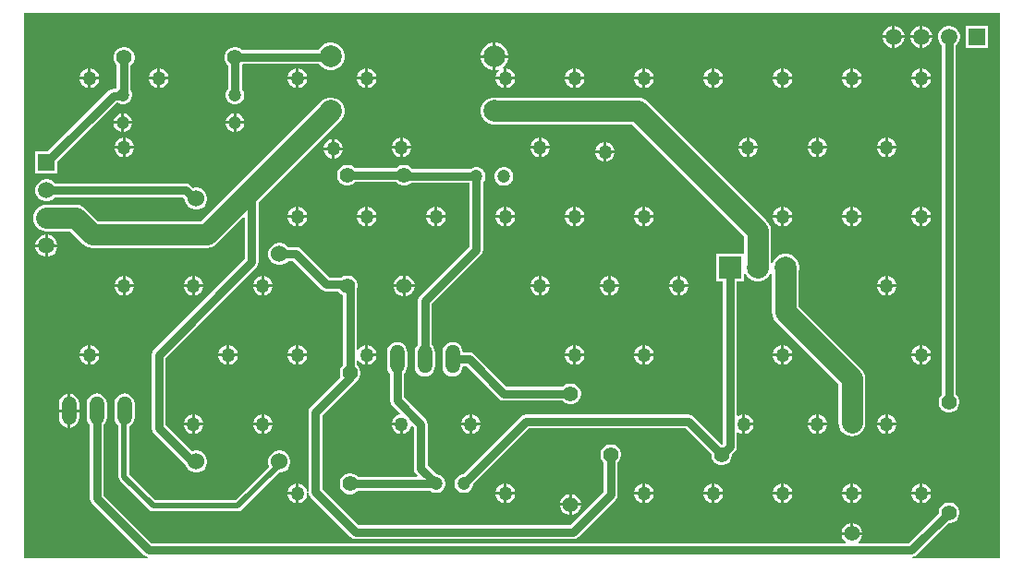
<source format=gtl>
G04*
G04 #@! TF.GenerationSoftware,Altium Limited,Altium Designer,21.6.4 (81)*
G04*
G04 Layer_Physical_Order=1*
G04 Layer_Color=255*
%FSLAX25Y25*%
%MOIN*%
G70*
G04*
G04 #@! TF.SameCoordinates,5C3FC4FD-EDC0-4224-B471-B9A6CD0CAB0C*
G04*
G04*
G04 #@! TF.FilePolarity,Positive*
G04*
G01*
G75*
%ADD23C,0.07600*%
%ADD24C,0.03000*%
%ADD25C,0.02000*%
%ADD26C,0.07500*%
%ADD27C,0.05906*%
%ADD28R,0.05906X0.05906*%
%ADD29C,0.05512*%
%ADD30O,0.05200X0.10400*%
%ADD31C,0.04724*%
%ADD32C,0.07913*%
%ADD33R,0.07913X0.07913*%
%ADD34C,0.06000*%
%ADD35C,0.07874*%
%ADD36R,0.05906X0.05906*%
%ADD37C,0.05000*%
G36*
X353471Y1529D02*
X321943D01*
X321894Y2029D01*
X322476Y2145D01*
X323302Y2698D01*
X334849Y14244D01*
X335494D01*
X336450Y14500D01*
X337306Y14995D01*
X338005Y15694D01*
X338500Y16550D01*
X338756Y17505D01*
Y18495D01*
X338500Y19450D01*
X338005Y20306D01*
X337306Y21005D01*
X336450Y21500D01*
X335494Y21756D01*
X334506D01*
X333550Y21500D01*
X332694Y21005D01*
X331995Y20306D01*
X331500Y19450D01*
X331244Y18495D01*
Y17849D01*
X320444Y7049D01*
X302438D01*
X302361Y7549D01*
X303006Y8194D01*
X303500Y9050D01*
X303754Y10000D01*
X300000D01*
X296246D01*
X296500Y9050D01*
X296994Y8194D01*
X297639Y7549D01*
X297562Y7049D01*
X47556D01*
X30194Y24411D01*
Y49734D01*
X30212Y49748D01*
X30789Y50500D01*
X31152Y51376D01*
X31276Y52315D01*
Y57516D01*
X31152Y58455D01*
X30789Y59331D01*
X30212Y60083D01*
X29460Y60660D01*
X28584Y61023D01*
X27645Y61147D01*
X26705Y61023D01*
X25829Y60660D01*
X25077Y60083D01*
X24500Y59331D01*
X24137Y58455D01*
X24013Y57516D01*
Y52315D01*
X24137Y51376D01*
X24500Y50500D01*
X25077Y49748D01*
X25096Y49734D01*
Y23355D01*
X25290Y22380D01*
X25842Y21553D01*
X44698Y2698D01*
X45524Y2145D01*
X46106Y2029D01*
X46057Y1529D01*
X1529D01*
Y198471D01*
X353471D01*
Y1529D01*
D02*
G37*
%LPC*%
G36*
X325520Y193953D02*
X325500D01*
Y190500D01*
X328953D01*
Y190520D01*
X328683Y191526D01*
X328163Y192427D01*
X327427Y193163D01*
X326526Y193683D01*
X325520Y193953D01*
D02*
G37*
G36*
X315520D02*
X315500D01*
Y190500D01*
X318953D01*
Y190520D01*
X318683Y191526D01*
X318163Y192427D01*
X317427Y193163D01*
X316526Y193683D01*
X315520Y193953D01*
D02*
G37*
G36*
X324500D02*
X324480D01*
X323474Y193683D01*
X322573Y193163D01*
X321837Y192427D01*
X321317Y191526D01*
X321047Y190520D01*
Y190500D01*
X324500D01*
Y193953D01*
D02*
G37*
G36*
X314500D02*
X314480D01*
X313474Y193683D01*
X312573Y193163D01*
X311837Y192427D01*
X311317Y191526D01*
X311047Y190520D01*
Y190500D01*
X314500D01*
Y193953D01*
D02*
G37*
G36*
X348953D02*
X341047D01*
Y186047D01*
X348953D01*
Y193953D01*
D02*
G37*
G36*
X328953Y189500D02*
X325500D01*
Y186047D01*
X325520D01*
X326526Y186317D01*
X327427Y186837D01*
X328163Y187573D01*
X328683Y188474D01*
X328953Y189480D01*
Y189500D01*
D02*
G37*
G36*
X324500D02*
X321047D01*
Y189480D01*
X321317Y188474D01*
X321837Y187573D01*
X322573Y186837D01*
X323474Y186317D01*
X324480Y186047D01*
X324500D01*
Y189500D01*
D02*
G37*
G36*
X318953D02*
X315500D01*
Y186047D01*
X315520D01*
X316526Y186317D01*
X317427Y186837D01*
X318163Y187573D01*
X318683Y188474D01*
X318953Y189480D01*
Y189500D01*
D02*
G37*
G36*
X314500D02*
X311047D01*
Y189480D01*
X311317Y188474D01*
X311837Y187573D01*
X312573Y186837D01*
X313474Y186317D01*
X314480Y186047D01*
X314500D01*
Y189500D01*
D02*
G37*
G36*
X112622Y187779D02*
X111322D01*
X110067Y187443D01*
X108941Y186793D01*
X108022Y185874D01*
X107644Y185220D01*
X80091D01*
X79806Y185505D01*
X78950Y186000D01*
X77995Y186256D01*
X77005D01*
X76050Y186000D01*
X75194Y185505D01*
X74494Y184806D01*
X74000Y183950D01*
X73744Y182994D01*
Y182006D01*
X74000Y181050D01*
X74494Y180194D01*
X74951Y179737D01*
Y171206D01*
X74810Y171064D01*
X74367Y170298D01*
X74138Y169443D01*
Y168557D01*
X74367Y167702D01*
X74810Y166936D01*
X75436Y166310D01*
X76202Y165867D01*
X77057Y165638D01*
X77943D01*
X78798Y165867D01*
X79564Y166310D01*
X80190Y166936D01*
X80633Y167702D01*
X80862Y168557D01*
Y169443D01*
X80633Y170298D01*
X80190Y171064D01*
X80049Y171206D01*
Y179737D01*
X80434Y180122D01*
X107842D01*
X108022Y179811D01*
X108941Y178892D01*
X110067Y178242D01*
X111322Y177905D01*
X112622D01*
X113878Y178242D01*
X115004Y178892D01*
X115923Y179811D01*
X116573Y180937D01*
X116909Y182193D01*
Y183493D01*
X116573Y184748D01*
X115923Y185874D01*
X115004Y186793D01*
X113878Y187443D01*
X112622Y187779D01*
D02*
G37*
G36*
X171677D02*
X171528D01*
Y183343D01*
X175965D01*
Y183493D01*
X175628Y184748D01*
X174978Y185874D01*
X174059Y186793D01*
X172933Y187443D01*
X171677Y187779D01*
D02*
G37*
G36*
X170528D02*
X170378D01*
X169122Y187443D01*
X167996Y186793D01*
X167077Y185874D01*
X166427Y184748D01*
X166091Y183493D01*
Y183343D01*
X170528D01*
Y187779D01*
D02*
G37*
G36*
Y182343D02*
X166091D01*
Y182193D01*
X166427Y180937D01*
X167077Y179811D01*
X167996Y178892D01*
X169122Y178242D01*
X170378Y177905D01*
X170528D01*
Y182343D01*
D02*
G37*
G36*
X325500Y178489D02*
Y175500D01*
X328489D01*
X328261Y176351D01*
X327801Y177149D01*
X327149Y177801D01*
X326351Y178261D01*
X325500Y178489D01*
D02*
G37*
G36*
X324500D02*
X323649Y178261D01*
X322851Y177801D01*
X322199Y177149D01*
X321739Y176351D01*
X321511Y175500D01*
X324500D01*
Y178489D01*
D02*
G37*
G36*
X300500D02*
Y175500D01*
X303489D01*
X303261Y176351D01*
X302801Y177149D01*
X302149Y177801D01*
X301351Y178261D01*
X300500Y178489D01*
D02*
G37*
G36*
X299500D02*
X298649Y178261D01*
X297851Y177801D01*
X297199Y177149D01*
X296739Y176351D01*
X296511Y175500D01*
X299500D01*
Y178489D01*
D02*
G37*
G36*
X275500D02*
Y175500D01*
X278489D01*
X278261Y176351D01*
X277801Y177149D01*
X277149Y177801D01*
X276351Y178261D01*
X275500Y178489D01*
D02*
G37*
G36*
X274500D02*
X273649Y178261D01*
X272851Y177801D01*
X272199Y177149D01*
X271739Y176351D01*
X271511Y175500D01*
X274500D01*
Y178489D01*
D02*
G37*
G36*
X250500D02*
Y175500D01*
X253489D01*
X253261Y176351D01*
X252801Y177149D01*
X252149Y177801D01*
X251351Y178261D01*
X250500Y178489D01*
D02*
G37*
G36*
X249500D02*
X248649Y178261D01*
X247851Y177801D01*
X247199Y177149D01*
X246739Y176351D01*
X246511Y175500D01*
X249500D01*
Y178489D01*
D02*
G37*
G36*
X225500D02*
Y175500D01*
X228489D01*
X228261Y176351D01*
X227801Y177149D01*
X227149Y177801D01*
X226351Y178261D01*
X225500Y178489D01*
D02*
G37*
G36*
X224500D02*
X223649Y178261D01*
X222851Y177801D01*
X222199Y177149D01*
X221739Y176351D01*
X221511Y175500D01*
X224500D01*
Y178489D01*
D02*
G37*
G36*
X200500D02*
Y175500D01*
X203489D01*
X203261Y176351D01*
X202801Y177149D01*
X202149Y177801D01*
X201351Y178261D01*
X200500Y178489D01*
D02*
G37*
G36*
X199500D02*
X198649Y178261D01*
X197851Y177801D01*
X197199Y177149D01*
X196739Y176351D01*
X196511Y175500D01*
X199500D01*
Y178489D01*
D02*
G37*
G36*
X175500D02*
Y175500D01*
X178489D01*
X178261Y176351D01*
X177801Y177149D01*
X177149Y177801D01*
X176351Y178261D01*
X175500Y178489D01*
D02*
G37*
G36*
X175965Y182343D02*
X171528D01*
Y177905D01*
X171677D01*
X172458Y178115D01*
X172716Y177666D01*
X172199Y177149D01*
X171739Y176351D01*
X171511Y175500D01*
X174500D01*
Y178489D01*
X174242Y178420D01*
X174049Y178886D01*
X174059Y178892D01*
X174978Y179811D01*
X175628Y180937D01*
X175965Y182193D01*
Y182343D01*
D02*
G37*
G36*
X125500Y178489D02*
Y175500D01*
X128489D01*
X128261Y176351D01*
X127801Y177149D01*
X127149Y177801D01*
X126351Y178261D01*
X125500Y178489D01*
D02*
G37*
G36*
X124500D02*
X123649Y178261D01*
X122851Y177801D01*
X122199Y177149D01*
X121739Y176351D01*
X121511Y175500D01*
X124500D01*
Y178489D01*
D02*
G37*
G36*
X100500D02*
Y175500D01*
X103489D01*
X103261Y176351D01*
X102801Y177149D01*
X102149Y177801D01*
X101351Y178261D01*
X100500Y178489D01*
D02*
G37*
G36*
X99500D02*
X98649Y178261D01*
X97851Y177801D01*
X97199Y177149D01*
X96738Y176351D01*
X96510Y175500D01*
X99500D01*
Y178489D01*
D02*
G37*
G36*
X50500D02*
Y175500D01*
X53490D01*
X53262Y176351D01*
X52801Y177149D01*
X52149Y177801D01*
X51351Y178261D01*
X50500Y178489D01*
D02*
G37*
G36*
X49500D02*
X48649Y178261D01*
X47851Y177801D01*
X47199Y177149D01*
X46738Y176351D01*
X46510Y175500D01*
X49500D01*
Y178489D01*
D02*
G37*
G36*
X25500D02*
Y175500D01*
X28490D01*
X28262Y176351D01*
X27801Y177149D01*
X27149Y177801D01*
X26351Y178261D01*
X25500Y178489D01*
D02*
G37*
G36*
X24500D02*
X23649Y178261D01*
X22851Y177801D01*
X22199Y177149D01*
X21738Y176351D01*
X21510Y175500D01*
X24500D01*
Y178489D01*
D02*
G37*
G36*
X328489Y174500D02*
X325500D01*
Y171511D01*
X326351Y171739D01*
X327149Y172199D01*
X327801Y172851D01*
X328261Y173649D01*
X328489Y174500D01*
D02*
G37*
G36*
X324500D02*
X321511D01*
X321739Y173649D01*
X322199Y172851D01*
X322851Y172199D01*
X323649Y171739D01*
X324500Y171511D01*
Y174500D01*
D02*
G37*
G36*
X303489D02*
X300500D01*
Y171511D01*
X301351Y171739D01*
X302149Y172199D01*
X302801Y172851D01*
X303261Y173649D01*
X303489Y174500D01*
D02*
G37*
G36*
X299500D02*
X296511D01*
X296739Y173649D01*
X297199Y172851D01*
X297851Y172199D01*
X298649Y171739D01*
X299500Y171511D01*
Y174500D01*
D02*
G37*
G36*
X278489D02*
X275500D01*
Y171511D01*
X276351Y171739D01*
X277149Y172199D01*
X277801Y172851D01*
X278261Y173649D01*
X278489Y174500D01*
D02*
G37*
G36*
X274500D02*
X271511D01*
X271739Y173649D01*
X272199Y172851D01*
X272851Y172199D01*
X273649Y171739D01*
X274500Y171511D01*
Y174500D01*
D02*
G37*
G36*
X253489D02*
X250500D01*
Y171511D01*
X251351Y171739D01*
X252149Y172199D01*
X252801Y172851D01*
X253261Y173649D01*
X253489Y174500D01*
D02*
G37*
G36*
X249500D02*
X246511D01*
X246739Y173649D01*
X247199Y172851D01*
X247851Y172199D01*
X248649Y171739D01*
X249500Y171511D01*
Y174500D01*
D02*
G37*
G36*
X228489D02*
X225500D01*
Y171511D01*
X226351Y171739D01*
X227149Y172199D01*
X227801Y172851D01*
X228261Y173649D01*
X228489Y174500D01*
D02*
G37*
G36*
X224500D02*
X221511D01*
X221739Y173649D01*
X222199Y172851D01*
X222851Y172199D01*
X223649Y171739D01*
X224500Y171511D01*
Y174500D01*
D02*
G37*
G36*
X203489D02*
X200500D01*
Y171511D01*
X201351Y171739D01*
X202149Y172199D01*
X202801Y172851D01*
X203261Y173649D01*
X203489Y174500D01*
D02*
G37*
G36*
X199500D02*
X196511D01*
X196739Y173649D01*
X197199Y172851D01*
X197851Y172199D01*
X198649Y171739D01*
X199500Y171511D01*
Y174500D01*
D02*
G37*
G36*
X178489D02*
X175500D01*
Y171511D01*
X176351Y171739D01*
X177149Y172199D01*
X177801Y172851D01*
X178261Y173649D01*
X178489Y174500D01*
D02*
G37*
G36*
X174500D02*
X171511D01*
X171739Y173649D01*
X172199Y172851D01*
X172851Y172199D01*
X173649Y171739D01*
X174500Y171511D01*
Y174500D01*
D02*
G37*
G36*
X128489D02*
X125500D01*
Y171511D01*
X126351Y171739D01*
X127149Y172199D01*
X127801Y172851D01*
X128261Y173649D01*
X128489Y174500D01*
D02*
G37*
G36*
X124500D02*
X121511D01*
X121739Y173649D01*
X122199Y172851D01*
X122851Y172199D01*
X123649Y171739D01*
X124500Y171511D01*
Y174500D01*
D02*
G37*
G36*
X103489D02*
X100500D01*
Y171511D01*
X101351Y171739D01*
X102149Y172199D01*
X102801Y172851D01*
X103261Y173649D01*
X103489Y174500D01*
D02*
G37*
G36*
X99500D02*
X96510D01*
X96738Y173649D01*
X97199Y172851D01*
X97851Y172199D01*
X98649Y171739D01*
X99500Y171511D01*
Y174500D01*
D02*
G37*
G36*
X53490D02*
X50500D01*
Y171511D01*
X51351Y171739D01*
X52149Y172199D01*
X52801Y172851D01*
X53262Y173649D01*
X53490Y174500D01*
D02*
G37*
G36*
X49500D02*
X46510D01*
X46738Y173649D01*
X47199Y172851D01*
X47851Y172199D01*
X48649Y171739D01*
X49500Y171511D01*
Y174500D01*
D02*
G37*
G36*
X28490D02*
X25500D01*
Y171511D01*
X26351Y171739D01*
X27149Y172199D01*
X27801Y172851D01*
X28262Y173649D01*
X28490Y174500D01*
D02*
G37*
G36*
X24500D02*
X21510D01*
X21738Y173649D01*
X22199Y172851D01*
X22851Y172199D01*
X23649Y171739D01*
X24500Y171511D01*
Y174500D01*
D02*
G37*
G36*
X37995Y186256D02*
X37005D01*
X36050Y186000D01*
X35194Y185505D01*
X34495Y184806D01*
X34000Y183950D01*
X33744Y182994D01*
Y182006D01*
X34000Y181050D01*
X34495Y180194D01*
X34701Y179987D01*
Y171456D01*
X34464Y171219D01*
X33668D01*
X32692Y171025D01*
X31865Y170473D01*
X9845Y148453D01*
X5545D01*
Y140547D01*
X13450D01*
Y144848D01*
X34723Y166121D01*
X35262D01*
X35702Y165867D01*
X36557Y165638D01*
X37443D01*
X38298Y165867D01*
X39064Y166310D01*
X39690Y166936D01*
X40133Y167702D01*
X40362Y168557D01*
Y169443D01*
X40133Y170298D01*
X39799Y170876D01*
Y179490D01*
X39806Y179495D01*
X40505Y180194D01*
X41000Y181050D01*
X41256Y182006D01*
Y182994D01*
X41000Y183950D01*
X40505Y184806D01*
X39806Y185505D01*
X38950Y186000D01*
X37995Y186256D01*
D02*
G37*
G36*
X78000Y162347D02*
Y159500D01*
X80847D01*
X80633Y160298D01*
X80190Y161064D01*
X79564Y161690D01*
X78798Y162133D01*
X78000Y162347D01*
D02*
G37*
G36*
X37500D02*
Y159500D01*
X40347D01*
X40133Y160298D01*
X39690Y161064D01*
X39064Y161690D01*
X38298Y162133D01*
X37500Y162347D01*
D02*
G37*
G36*
X77000D02*
X76202Y162133D01*
X75436Y161690D01*
X74810Y161064D01*
X74367Y160298D01*
X74153Y159500D01*
X77000D01*
Y162347D01*
D02*
G37*
G36*
X36500D02*
X35702Y162133D01*
X34936Y161690D01*
X34310Y161064D01*
X33867Y160298D01*
X33653Y159500D01*
X36500D01*
Y162347D01*
D02*
G37*
G36*
X40347Y158500D02*
X37500D01*
Y155653D01*
X38298Y155867D01*
X39064Y156310D01*
X39690Y156936D01*
X40133Y157702D01*
X40347Y158500D01*
D02*
G37*
G36*
X80847D02*
X78000D01*
Y155653D01*
X78798Y155867D01*
X79564Y156310D01*
X80190Y156936D01*
X80633Y157702D01*
X80847Y158500D01*
D02*
G37*
G36*
X77000D02*
X74153D01*
X74367Y157702D01*
X74810Y156936D01*
X75436Y156310D01*
X76202Y155867D01*
X77000Y155653D01*
Y158500D01*
D02*
G37*
G36*
X36500D02*
X33653D01*
X33867Y157702D01*
X34310Y156936D01*
X34936Y156310D01*
X35702Y155867D01*
X36500Y155653D01*
Y158500D01*
D02*
G37*
G36*
X313000Y153489D02*
Y150500D01*
X315989D01*
X315761Y151351D01*
X315301Y152149D01*
X314649Y152801D01*
X313851Y153261D01*
X313000Y153489D01*
D02*
G37*
G36*
X312000D02*
X311149Y153261D01*
X310351Y152801D01*
X309699Y152149D01*
X309239Y151351D01*
X309011Y150500D01*
X312000D01*
Y153489D01*
D02*
G37*
G36*
X288000D02*
Y150500D01*
X290989D01*
X290761Y151351D01*
X290301Y152149D01*
X289649Y152801D01*
X288851Y153261D01*
X288000Y153489D01*
D02*
G37*
G36*
X287000D02*
X286149Y153261D01*
X285351Y152801D01*
X284699Y152149D01*
X284239Y151351D01*
X284011Y150500D01*
X287000D01*
Y153489D01*
D02*
G37*
G36*
X263000D02*
Y150500D01*
X265989D01*
X265761Y151351D01*
X265301Y152149D01*
X264649Y152801D01*
X263851Y153261D01*
X263000Y153489D01*
D02*
G37*
G36*
X262000D02*
X261149Y153261D01*
X260351Y152801D01*
X259699Y152149D01*
X259239Y151351D01*
X259011Y150500D01*
X262000D01*
Y153489D01*
D02*
G37*
G36*
X188000D02*
Y150500D01*
X190989D01*
X190761Y151351D01*
X190301Y152149D01*
X189649Y152801D01*
X188851Y153261D01*
X188000Y153489D01*
D02*
G37*
G36*
X187000D02*
X186149Y153261D01*
X185351Y152801D01*
X184699Y152149D01*
X184239Y151351D01*
X184011Y150500D01*
X187000D01*
Y153489D01*
D02*
G37*
G36*
X138000D02*
Y150500D01*
X140989D01*
X140761Y151351D01*
X140301Y152149D01*
X139649Y152801D01*
X138851Y153261D01*
X138000Y153489D01*
D02*
G37*
G36*
X137000D02*
X136149Y153261D01*
X135351Y152801D01*
X134699Y152149D01*
X134239Y151351D01*
X134011Y150500D01*
X137000D01*
Y153489D01*
D02*
G37*
G36*
X38000D02*
Y150500D01*
X40990D01*
X40762Y151351D01*
X40301Y152149D01*
X39649Y152801D01*
X38851Y153261D01*
X38000Y153489D01*
D02*
G37*
G36*
X37000D02*
X36149Y153261D01*
X35351Y152801D01*
X34699Y152149D01*
X34238Y151351D01*
X34010Y150500D01*
X37000D01*
Y153489D01*
D02*
G37*
G36*
X113412Y153078D02*
Y150088D01*
X116401D01*
X116173Y150939D01*
X115713Y151737D01*
X115061Y152389D01*
X114263Y152850D01*
X113412Y153078D01*
D02*
G37*
G36*
X112412D02*
X111561Y152850D01*
X110763Y152389D01*
X110111Y151737D01*
X109650Y150939D01*
X109422Y150088D01*
X112412D01*
Y153078D01*
D02*
G37*
G36*
X211409Y151899D02*
Y148909D01*
X214399D01*
X214171Y149760D01*
X213710Y150558D01*
X213058Y151210D01*
X212260Y151671D01*
X211409Y151899D01*
D02*
G37*
G36*
X210409D02*
X209558Y151671D01*
X208760Y151210D01*
X208108Y150558D01*
X207647Y149760D01*
X207419Y148909D01*
X210409D01*
Y151899D01*
D02*
G37*
G36*
X315989Y149500D02*
X313000D01*
Y146511D01*
X313851Y146739D01*
X314649Y147199D01*
X315301Y147851D01*
X315761Y148649D01*
X315989Y149500D01*
D02*
G37*
G36*
X312000D02*
X309011D01*
X309239Y148649D01*
X309699Y147851D01*
X310351Y147199D01*
X311149Y146739D01*
X312000Y146511D01*
Y149500D01*
D02*
G37*
G36*
X290989D02*
X288000D01*
Y146511D01*
X288851Y146739D01*
X289649Y147199D01*
X290301Y147851D01*
X290761Y148649D01*
X290989Y149500D01*
D02*
G37*
G36*
X287000D02*
X284011D01*
X284239Y148649D01*
X284699Y147851D01*
X285351Y147199D01*
X286149Y146739D01*
X287000Y146511D01*
Y149500D01*
D02*
G37*
G36*
X265989D02*
X263000D01*
Y146511D01*
X263851Y146739D01*
X264649Y147199D01*
X265301Y147851D01*
X265761Y148649D01*
X265989Y149500D01*
D02*
G37*
G36*
X262000D02*
X259011D01*
X259239Y148649D01*
X259699Y147851D01*
X260351Y147199D01*
X261149Y146739D01*
X262000Y146511D01*
Y149500D01*
D02*
G37*
G36*
X190989D02*
X188000D01*
Y146511D01*
X188851Y146739D01*
X189649Y147199D01*
X190301Y147851D01*
X190761Y148649D01*
X190989Y149500D01*
D02*
G37*
G36*
X187000D02*
X184011D01*
X184239Y148649D01*
X184699Y147851D01*
X185351Y147199D01*
X186149Y146739D01*
X187000Y146511D01*
Y149500D01*
D02*
G37*
G36*
X140989D02*
X138000D01*
Y146511D01*
X138851Y146739D01*
X139649Y147199D01*
X140301Y147851D01*
X140761Y148649D01*
X140989Y149500D01*
D02*
G37*
G36*
X137000D02*
X134011D01*
X134239Y148649D01*
X134699Y147851D01*
X135351Y147199D01*
X136149Y146739D01*
X137000Y146511D01*
Y149500D01*
D02*
G37*
G36*
X40990D02*
X38000D01*
Y146511D01*
X38851Y146739D01*
X39649Y147199D01*
X40301Y147851D01*
X40762Y148649D01*
X40990Y149500D01*
D02*
G37*
G36*
X37000D02*
X34010D01*
X34238Y148649D01*
X34699Y147851D01*
X35351Y147199D01*
X36149Y146739D01*
X37000Y146511D01*
Y149500D01*
D02*
G37*
G36*
X116401Y149088D02*
X113412D01*
Y146099D01*
X114263Y146327D01*
X115061Y146787D01*
X115713Y147439D01*
X116173Y148237D01*
X116401Y149088D01*
D02*
G37*
G36*
X112412D02*
X109422D01*
X109650Y148237D01*
X110111Y147439D01*
X110763Y146787D01*
X111561Y146327D01*
X112412Y146099D01*
Y149088D01*
D02*
G37*
G36*
X214399Y147909D02*
X211409D01*
Y144920D01*
X212260Y145148D01*
X213058Y145608D01*
X213710Y146260D01*
X214171Y147058D01*
X214399Y147909D01*
D02*
G37*
G36*
X210409D02*
X207419D01*
X207647Y147058D01*
X208108Y146260D01*
X208760Y145608D01*
X209558Y145148D01*
X210409Y144920D01*
Y147909D01*
D02*
G37*
G36*
X138995Y143756D02*
X138005D01*
X137050Y143500D01*
X136194Y143006D01*
X135737Y142549D01*
X120763D01*
X120306Y143006D01*
X119450Y143500D01*
X118494Y143756D01*
X117506D01*
X116550Y143500D01*
X115694Y143006D01*
X114995Y142306D01*
X114500Y141450D01*
X114244Y140495D01*
Y139506D01*
X114500Y138550D01*
X114995Y137694D01*
X115694Y136995D01*
X116550Y136500D01*
X117506Y136244D01*
X118494D01*
X119450Y136500D01*
X120306Y136995D01*
X120763Y137451D01*
X135737D01*
X136194Y136995D01*
X137050Y136500D01*
X138005Y136244D01*
X138995D01*
X139950Y136500D01*
X140806Y136995D01*
X141013Y137201D01*
X161951D01*
Y114131D01*
X144198Y96377D01*
X143645Y95550D01*
X143451Y94575D01*
Y78682D01*
X143432Y78668D01*
X142855Y77916D01*
X142493Y77040D01*
X142369Y76100D01*
Y70900D01*
X142493Y69960D01*
X142855Y69085D01*
X143432Y68332D01*
X144185Y67755D01*
X145060Y67393D01*
X146000Y67269D01*
X146940Y67393D01*
X147816Y67755D01*
X148568Y68332D01*
X149145Y69085D01*
X149507Y69960D01*
X149631Y70900D01*
Y76100D01*
X149507Y77040D01*
X149145Y77916D01*
X148568Y78668D01*
X148549Y78682D01*
Y93519D01*
X166302Y111272D01*
X166855Y112099D01*
X167049Y113075D01*
Y137294D01*
X167190Y137436D01*
X167633Y138202D01*
X167862Y139057D01*
Y139943D01*
X167633Y140798D01*
X167190Y141564D01*
X166564Y142190D01*
X165798Y142633D01*
X164943Y142862D01*
X164057D01*
X163202Y142633D01*
X162624Y142299D01*
X141510D01*
X141506Y142306D01*
X140806Y143006D01*
X139950Y143500D01*
X138995Y143756D01*
D02*
G37*
G36*
X174943Y142862D02*
X174057D01*
X173202Y142633D01*
X172436Y142190D01*
X171810Y141564D01*
X171367Y140798D01*
X171138Y139943D01*
Y139057D01*
X171367Y138202D01*
X171810Y137436D01*
X172436Y136810D01*
X173202Y136367D01*
X174057Y136138D01*
X174943D01*
X175798Y136367D01*
X176564Y136810D01*
X177190Y137436D01*
X177633Y138202D01*
X177862Y139057D01*
Y139943D01*
X177633Y140798D01*
X177190Y141564D01*
X176564Y142190D01*
X175798Y142633D01*
X174943Y142862D01*
D02*
G37*
G36*
X10018Y138453D02*
X8977D01*
X7972Y138183D01*
X7070Y137663D01*
X6335Y136927D01*
X5814Y136026D01*
X5545Y135020D01*
Y133980D01*
X5814Y132974D01*
X6335Y132073D01*
X7070Y131337D01*
X7972Y130817D01*
X8977Y130547D01*
X10018D01*
X11023Y130817D01*
X11925Y131337D01*
X12539Y131951D01*
X58632D01*
X59500Y131083D01*
Y130973D01*
X59773Y129956D01*
X60299Y129044D01*
X61044Y128299D01*
X61956Y127773D01*
X62973Y127500D01*
X64027D01*
X65044Y127773D01*
X65956Y128299D01*
X66701Y129044D01*
X67227Y129956D01*
X67500Y130973D01*
Y132027D01*
X67227Y133044D01*
X66701Y133956D01*
X65956Y134701D01*
X65044Y135227D01*
X64027Y135500D01*
X62973D01*
X62437Y135356D01*
X61491Y136302D01*
X60664Y136855D01*
X59688Y137049D01*
X12539D01*
X11925Y137663D01*
X11023Y138183D01*
X10018Y138453D01*
D02*
G37*
G36*
X325500Y128489D02*
Y125500D01*
X328489D01*
X328261Y126351D01*
X327801Y127149D01*
X327149Y127801D01*
X326351Y128261D01*
X325500Y128489D01*
D02*
G37*
G36*
X324500D02*
X323649Y128261D01*
X322851Y127801D01*
X322199Y127149D01*
X321739Y126351D01*
X321511Y125500D01*
X324500D01*
Y128489D01*
D02*
G37*
G36*
X300500D02*
Y125500D01*
X303489D01*
X303261Y126351D01*
X302801Y127149D01*
X302149Y127801D01*
X301351Y128261D01*
X300500Y128489D01*
D02*
G37*
G36*
X299500D02*
X298649Y128261D01*
X297851Y127801D01*
X297199Y127149D01*
X296739Y126351D01*
X296511Y125500D01*
X299500D01*
Y128489D01*
D02*
G37*
G36*
X275500D02*
Y125500D01*
X278489D01*
X278261Y126351D01*
X277801Y127149D01*
X277149Y127801D01*
X276351Y128261D01*
X275500Y128489D01*
D02*
G37*
G36*
X274500D02*
X273649Y128261D01*
X272851Y127801D01*
X272199Y127149D01*
X271739Y126351D01*
X271511Y125500D01*
X274500D01*
Y128489D01*
D02*
G37*
G36*
X225500D02*
Y125500D01*
X228489D01*
X228261Y126351D01*
X227801Y127149D01*
X227149Y127801D01*
X226351Y128261D01*
X225500Y128489D01*
D02*
G37*
G36*
X224500D02*
X223649Y128261D01*
X222851Y127801D01*
X222199Y127149D01*
X221739Y126351D01*
X221511Y125500D01*
X224500D01*
Y128489D01*
D02*
G37*
G36*
X200500D02*
Y125500D01*
X203489D01*
X203261Y126351D01*
X202801Y127149D01*
X202149Y127801D01*
X201351Y128261D01*
X200500Y128489D01*
D02*
G37*
G36*
X199500D02*
X198649Y128261D01*
X197851Y127801D01*
X197199Y127149D01*
X196739Y126351D01*
X196511Y125500D01*
X199500D01*
Y128489D01*
D02*
G37*
G36*
X175500D02*
Y125500D01*
X178489D01*
X178261Y126351D01*
X177801Y127149D01*
X177149Y127801D01*
X176351Y128261D01*
X175500Y128489D01*
D02*
G37*
G36*
X174500D02*
X173649Y128261D01*
X172851Y127801D01*
X172199Y127149D01*
X171739Y126351D01*
X171511Y125500D01*
X174500D01*
Y128489D01*
D02*
G37*
G36*
X150500D02*
Y125500D01*
X153489D01*
X153261Y126351D01*
X152801Y127149D01*
X152149Y127801D01*
X151351Y128261D01*
X150500Y128489D01*
D02*
G37*
G36*
X149500D02*
X148649Y128261D01*
X147851Y127801D01*
X147199Y127149D01*
X146739Y126351D01*
X146511Y125500D01*
X149500D01*
Y128489D01*
D02*
G37*
G36*
X125500D02*
Y125500D01*
X128489D01*
X128261Y126351D01*
X127801Y127149D01*
X127149Y127801D01*
X126351Y128261D01*
X125500Y128489D01*
D02*
G37*
G36*
X124500D02*
X123649Y128261D01*
X122851Y127801D01*
X122199Y127149D01*
X121739Y126351D01*
X121511Y125500D01*
X124500D01*
Y128489D01*
D02*
G37*
G36*
X100500D02*
Y125500D01*
X103489D01*
X103261Y126351D01*
X102801Y127149D01*
X102149Y127801D01*
X101351Y128261D01*
X100500Y128489D01*
D02*
G37*
G36*
X99500D02*
X98649Y128261D01*
X97851Y127801D01*
X97199Y127149D01*
X96738Y126351D01*
X96510Y125500D01*
X99500D01*
Y128489D01*
D02*
G37*
G36*
X112622Y168095D02*
X111322D01*
X110067Y167758D01*
X108941Y167108D01*
X108022Y166189D01*
X107837Y165869D01*
X65310Y123341D01*
X28005D01*
X23423Y127923D01*
X22421Y128693D01*
X21253Y129176D01*
X20000Y129341D01*
X9498D01*
X8245Y129176D01*
X7077Y128693D01*
X6074Y127923D01*
X5305Y126921D01*
X4821Y125753D01*
X4656Y124500D01*
X4821Y123247D01*
X5305Y122079D01*
X6074Y121077D01*
X7077Y120307D01*
X8245Y119824D01*
X9498Y119659D01*
X17995D01*
X22577Y115077D01*
X23579Y114307D01*
X24747Y113824D01*
X26000Y113659D01*
X67315D01*
X68568Y113824D01*
X69736Y114307D01*
X70738Y115077D01*
X80489Y124827D01*
X80951Y124636D01*
Y109556D01*
X48198Y76802D01*
X47645Y75976D01*
X47451Y75000D01*
Y48500D01*
X47645Y47524D01*
X48198Y46698D01*
X59712Y35184D01*
X59773Y34956D01*
X60299Y34044D01*
X61044Y33299D01*
X61956Y32773D01*
X62973Y32500D01*
X64027D01*
X65044Y32773D01*
X65956Y33299D01*
X66701Y34044D01*
X67227Y34956D01*
X67500Y35973D01*
Y37027D01*
X67227Y38044D01*
X66701Y38956D01*
X65956Y39701D01*
X65044Y40227D01*
X64027Y40500D01*
X62973D01*
X61956Y40227D01*
X61906Y40199D01*
X52549Y49556D01*
Y73944D01*
X85302Y106698D01*
X85855Y107525D01*
X86049Y108500D01*
Y130387D01*
X114684Y159022D01*
X115004Y159207D01*
X115923Y160126D01*
X116573Y161252D01*
X116909Y162507D01*
Y163807D01*
X116573Y165063D01*
X115923Y166189D01*
X115004Y167108D01*
X113878Y167758D01*
X112622Y168095D01*
D02*
G37*
G36*
X328489Y124500D02*
X325500D01*
Y121511D01*
X326351Y121739D01*
X327149Y122199D01*
X327801Y122851D01*
X328261Y123649D01*
X328489Y124500D01*
D02*
G37*
G36*
X324500D02*
X321511D01*
X321739Y123649D01*
X322199Y122851D01*
X322851Y122199D01*
X323649Y121739D01*
X324500Y121511D01*
Y124500D01*
D02*
G37*
G36*
X303489D02*
X300500D01*
Y121511D01*
X301351Y121739D01*
X302149Y122199D01*
X302801Y122851D01*
X303261Y123649D01*
X303489Y124500D01*
D02*
G37*
G36*
X299500D02*
X296511D01*
X296739Y123649D01*
X297199Y122851D01*
X297851Y122199D01*
X298649Y121739D01*
X299500Y121511D01*
Y124500D01*
D02*
G37*
G36*
X278489D02*
X275500D01*
Y121511D01*
X276351Y121739D01*
X277149Y122199D01*
X277801Y122851D01*
X278261Y123649D01*
X278489Y124500D01*
D02*
G37*
G36*
X274500D02*
X271511D01*
X271739Y123649D01*
X272199Y122851D01*
X272851Y122199D01*
X273649Y121739D01*
X274500Y121511D01*
Y124500D01*
D02*
G37*
G36*
X228489D02*
X225500D01*
Y121511D01*
X226351Y121739D01*
X227149Y122199D01*
X227801Y122851D01*
X228261Y123649D01*
X228489Y124500D01*
D02*
G37*
G36*
X224500D02*
X221511D01*
X221739Y123649D01*
X222199Y122851D01*
X222851Y122199D01*
X223649Y121739D01*
X224500Y121511D01*
Y124500D01*
D02*
G37*
G36*
X203489D02*
X200500D01*
Y121511D01*
X201351Y121739D01*
X202149Y122199D01*
X202801Y122851D01*
X203261Y123649D01*
X203489Y124500D01*
D02*
G37*
G36*
X199500D02*
X196511D01*
X196739Y123649D01*
X197199Y122851D01*
X197851Y122199D01*
X198649Y121739D01*
X199500Y121511D01*
Y124500D01*
D02*
G37*
G36*
X178489D02*
X175500D01*
Y121511D01*
X176351Y121739D01*
X177149Y122199D01*
X177801Y122851D01*
X178261Y123649D01*
X178489Y124500D01*
D02*
G37*
G36*
X174500D02*
X171511D01*
X171739Y123649D01*
X172199Y122851D01*
X172851Y122199D01*
X173649Y121739D01*
X174500Y121511D01*
Y124500D01*
D02*
G37*
G36*
X153489D02*
X150500D01*
Y121511D01*
X151351Y121739D01*
X152149Y122199D01*
X152801Y122851D01*
X153261Y123649D01*
X153489Y124500D01*
D02*
G37*
G36*
X149500D02*
X146511D01*
X146739Y123649D01*
X147199Y122851D01*
X147851Y122199D01*
X148649Y121739D01*
X149500Y121511D01*
Y124500D01*
D02*
G37*
G36*
X128489D02*
X125500D01*
Y121511D01*
X126351Y121739D01*
X127149Y122199D01*
X127801Y122851D01*
X128261Y123649D01*
X128489Y124500D01*
D02*
G37*
G36*
X124500D02*
X121511D01*
X121739Y123649D01*
X122199Y122851D01*
X122851Y122199D01*
X123649Y121739D01*
X124500Y121511D01*
Y124500D01*
D02*
G37*
G36*
X103489D02*
X100500D01*
Y121511D01*
X101351Y121739D01*
X102149Y122199D01*
X102801Y122851D01*
X103261Y123649D01*
X103489Y124500D01*
D02*
G37*
G36*
X99500D02*
X96510D01*
X96738Y123649D01*
X97199Y122851D01*
X97851Y122199D01*
X98649Y121739D01*
X99500Y121511D01*
Y124500D01*
D02*
G37*
G36*
X10018Y118453D02*
X9998D01*
Y115000D01*
X13450D01*
Y115020D01*
X13181Y116026D01*
X12661Y116927D01*
X11925Y117663D01*
X11023Y118183D01*
X10018Y118453D01*
D02*
G37*
G36*
X8998D02*
X8977D01*
X7972Y118183D01*
X7070Y117663D01*
X6335Y116927D01*
X5814Y116026D01*
X5545Y115020D01*
Y115000D01*
X8998D01*
Y118453D01*
D02*
G37*
G36*
X13450Y114000D02*
X9998D01*
Y110547D01*
X10018D01*
X11023Y110817D01*
X11925Y111337D01*
X12661Y112073D01*
X13181Y112974D01*
X13450Y113980D01*
Y114000D01*
D02*
G37*
G36*
X8998D02*
X5545D01*
Y113980D01*
X5814Y112974D01*
X6335Y112073D01*
X7070Y111337D01*
X7972Y110817D01*
X8977Y110547D01*
X8998D01*
Y114000D01*
D02*
G37*
G36*
X139000Y103754D02*
Y100500D01*
X142254D01*
X142000Y101450D01*
X141506Y102306D01*
X140806Y103006D01*
X139950Y103500D01*
X139000Y103754D01*
D02*
G37*
G36*
X313000Y103489D02*
Y100500D01*
X315989D01*
X315761Y101351D01*
X315301Y102149D01*
X314649Y102801D01*
X313851Y103261D01*
X313000Y103489D01*
D02*
G37*
G36*
X312000D02*
X311149Y103261D01*
X310351Y102801D01*
X309699Y102149D01*
X309239Y101351D01*
X309011Y100500D01*
X312000D01*
Y103489D01*
D02*
G37*
G36*
X238000D02*
Y100500D01*
X240989D01*
X240761Y101351D01*
X240301Y102149D01*
X239649Y102801D01*
X238851Y103261D01*
X238000Y103489D01*
D02*
G37*
G36*
X237000D02*
X236149Y103261D01*
X235351Y102801D01*
X234699Y102149D01*
X234239Y101351D01*
X234011Y100500D01*
X237000D01*
Y103489D01*
D02*
G37*
G36*
X213000D02*
Y100500D01*
X215989D01*
X215761Y101351D01*
X215301Y102149D01*
X214649Y102801D01*
X213851Y103261D01*
X213000Y103489D01*
D02*
G37*
G36*
X212000D02*
X211149Y103261D01*
X210351Y102801D01*
X209699Y102149D01*
X209239Y101351D01*
X209011Y100500D01*
X212000D01*
Y103489D01*
D02*
G37*
G36*
X188000D02*
Y100500D01*
X190989D01*
X190761Y101351D01*
X190301Y102149D01*
X189649Y102801D01*
X188851Y103261D01*
X188000Y103489D01*
D02*
G37*
G36*
X187000D02*
X186149Y103261D01*
X185351Y102801D01*
X184699Y102149D01*
X184239Y101351D01*
X184011Y100500D01*
X187000D01*
Y103489D01*
D02*
G37*
G36*
X88000D02*
Y100500D01*
X90990D01*
X90762Y101351D01*
X90301Y102149D01*
X89649Y102801D01*
X88851Y103261D01*
X88000Y103489D01*
D02*
G37*
G36*
X87000D02*
X86149Y103261D01*
X85351Y102801D01*
X84699Y102149D01*
X84238Y101351D01*
X84010Y100500D01*
X87000D01*
Y103489D01*
D02*
G37*
G36*
X63000D02*
Y100500D01*
X65990D01*
X65762Y101351D01*
X65301Y102149D01*
X64649Y102801D01*
X63851Y103261D01*
X63000Y103489D01*
D02*
G37*
G36*
X62000D02*
X61149Y103261D01*
X60351Y102801D01*
X59699Y102149D01*
X59238Y101351D01*
X59010Y100500D01*
X62000D01*
Y103489D01*
D02*
G37*
G36*
X38000D02*
Y100500D01*
X40990D01*
X40762Y101351D01*
X40301Y102149D01*
X39649Y102801D01*
X38851Y103261D01*
X38000Y103489D01*
D02*
G37*
G36*
X37000D02*
X36149Y103261D01*
X35351Y102801D01*
X34699Y102149D01*
X34238Y101351D01*
X34010Y100500D01*
X37000D01*
Y103489D01*
D02*
G37*
G36*
X138000Y103754D02*
X137050Y103500D01*
X136194Y103006D01*
X135494Y102306D01*
X135000Y101450D01*
X134746Y100500D01*
X138000D01*
Y103754D01*
D02*
G37*
G36*
X40990Y99500D02*
X38000D01*
Y96510D01*
X38851Y96738D01*
X39649Y97199D01*
X40301Y97851D01*
X40762Y98649D01*
X40990Y99500D01*
D02*
G37*
G36*
X37000D02*
X34010D01*
X34238Y98649D01*
X34699Y97851D01*
X35351Y97199D01*
X36149Y96738D01*
X37000Y96510D01*
Y99500D01*
D02*
G37*
G36*
X90990D02*
X88000D01*
Y96510D01*
X88851Y96738D01*
X89649Y97199D01*
X90301Y97851D01*
X90762Y98649D01*
X90990Y99500D01*
D02*
G37*
G36*
X87000D02*
X84010D01*
X84238Y98649D01*
X84699Y97851D01*
X85351Y97199D01*
X86149Y96738D01*
X87000Y96510D01*
Y99500D01*
D02*
G37*
G36*
X65990D02*
X63000D01*
Y96510D01*
X63851Y96738D01*
X64649Y97199D01*
X65301Y97851D01*
X65762Y98649D01*
X65990Y99500D01*
D02*
G37*
G36*
X62000D02*
X59010D01*
X59238Y98649D01*
X59699Y97851D01*
X60351Y97199D01*
X61149Y96738D01*
X62000Y96510D01*
Y99500D01*
D02*
G37*
G36*
X315989D02*
X313000D01*
Y96510D01*
X313851Y96738D01*
X314649Y97199D01*
X315301Y97851D01*
X315761Y98649D01*
X315989Y99500D01*
D02*
G37*
G36*
X312000D02*
X309011D01*
X309239Y98649D01*
X309699Y97851D01*
X310351Y97199D01*
X311149Y96738D01*
X312000Y96510D01*
Y99500D01*
D02*
G37*
G36*
X240989D02*
X238000D01*
Y96510D01*
X238851Y96738D01*
X239649Y97199D01*
X240301Y97851D01*
X240761Y98649D01*
X240989Y99500D01*
D02*
G37*
G36*
X237000D02*
X234011D01*
X234239Y98649D01*
X234699Y97851D01*
X235351Y97199D01*
X236149Y96738D01*
X237000Y96510D01*
Y99500D01*
D02*
G37*
G36*
X215989D02*
X213000D01*
Y96510D01*
X213851Y96738D01*
X214649Y97199D01*
X215301Y97851D01*
X215761Y98649D01*
X215989Y99500D01*
D02*
G37*
G36*
X212000D02*
X209011D01*
X209239Y98649D01*
X209699Y97851D01*
X210351Y97199D01*
X211149Y96738D01*
X212000Y96510D01*
Y99500D01*
D02*
G37*
G36*
X190989D02*
X188000D01*
Y96510D01*
X188851Y96738D01*
X189649Y97199D01*
X190301Y97851D01*
X190761Y98649D01*
X190989Y99500D01*
D02*
G37*
G36*
X187000D02*
X184011D01*
X184239Y98649D01*
X184699Y97851D01*
X185351Y97199D01*
X186149Y96738D01*
X187000Y96510D01*
Y99500D01*
D02*
G37*
G36*
X142254D02*
X139000D01*
Y96246D01*
X139950Y96500D01*
X140806Y96995D01*
X141506Y97694D01*
X142000Y98550D01*
X142254Y99500D01*
D02*
G37*
G36*
X138000D02*
X134746D01*
X135000Y98550D01*
X135494Y97694D01*
X136194Y96995D01*
X137050Y96500D01*
X138000Y96246D01*
Y99500D01*
D02*
G37*
G36*
X325500Y78490D02*
Y75500D01*
X328489D01*
X328261Y76351D01*
X327801Y77149D01*
X327149Y77801D01*
X326351Y78262D01*
X325500Y78490D01*
D02*
G37*
G36*
X324500D02*
X323649Y78262D01*
X322851Y77801D01*
X322199Y77149D01*
X321739Y76351D01*
X321511Y75500D01*
X324500D01*
Y78490D01*
D02*
G37*
G36*
X275500D02*
Y75500D01*
X278489D01*
X278261Y76351D01*
X277801Y77149D01*
X277149Y77801D01*
X276351Y78262D01*
X275500Y78490D01*
D02*
G37*
G36*
X274500D02*
X273649Y78262D01*
X272851Y77801D01*
X272199Y77149D01*
X271739Y76351D01*
X271511Y75500D01*
X274500D01*
Y78490D01*
D02*
G37*
G36*
X225500D02*
Y75500D01*
X228489D01*
X228261Y76351D01*
X227801Y77149D01*
X227149Y77801D01*
X226351Y78262D01*
X225500Y78490D01*
D02*
G37*
G36*
X224500D02*
X223649Y78262D01*
X222851Y77801D01*
X222199Y77149D01*
X221739Y76351D01*
X221511Y75500D01*
X224500D01*
Y78490D01*
D02*
G37*
G36*
X200500D02*
Y75500D01*
X203489D01*
X203261Y76351D01*
X202801Y77149D01*
X202149Y77801D01*
X201351Y78262D01*
X200500Y78490D01*
D02*
G37*
G36*
X199500D02*
X198649Y78262D01*
X197851Y77801D01*
X197199Y77149D01*
X196739Y76351D01*
X196511Y75500D01*
X199500D01*
Y78490D01*
D02*
G37*
G36*
X125500D02*
Y75500D01*
X128489D01*
X128261Y76351D01*
X127801Y77149D01*
X127149Y77801D01*
X126351Y78262D01*
X125500Y78490D01*
D02*
G37*
G36*
X100500D02*
Y75500D01*
X103489D01*
X103261Y76351D01*
X102801Y77149D01*
X102149Y77801D01*
X101351Y78262D01*
X100500Y78490D01*
D02*
G37*
G36*
X99500D02*
X98649Y78262D01*
X97851Y77801D01*
X97199Y77149D01*
X96738Y76351D01*
X96510Y75500D01*
X99500D01*
Y78490D01*
D02*
G37*
G36*
X75500D02*
Y75500D01*
X78490D01*
X78262Y76351D01*
X77801Y77149D01*
X77149Y77801D01*
X76351Y78262D01*
X75500Y78490D01*
D02*
G37*
G36*
X74500D02*
X73649Y78262D01*
X72851Y77801D01*
X72199Y77149D01*
X71738Y76351D01*
X71510Y75500D01*
X74500D01*
Y78490D01*
D02*
G37*
G36*
X25500D02*
Y75500D01*
X28490D01*
X28262Y76351D01*
X27801Y77149D01*
X27149Y77801D01*
X26351Y78262D01*
X25500Y78490D01*
D02*
G37*
G36*
X24500D02*
X23649Y78262D01*
X22851Y77801D01*
X22199Y77149D01*
X21738Y76351D01*
X21510Y75500D01*
X24500D01*
Y78490D01*
D02*
G37*
G36*
X328489Y74500D02*
X325500D01*
Y71510D01*
X326351Y71738D01*
X327149Y72199D01*
X327801Y72851D01*
X328261Y73649D01*
X328489Y74500D01*
D02*
G37*
G36*
X324500D02*
X321511D01*
X321739Y73649D01*
X322199Y72851D01*
X322851Y72199D01*
X323649Y71738D01*
X324500Y71510D01*
Y74500D01*
D02*
G37*
G36*
X278489D02*
X275500D01*
Y71510D01*
X276351Y71738D01*
X277149Y72199D01*
X277801Y72851D01*
X278261Y73649D01*
X278489Y74500D01*
D02*
G37*
G36*
X274500D02*
X271511D01*
X271739Y73649D01*
X272199Y72851D01*
X272851Y72199D01*
X273649Y71738D01*
X274500Y71510D01*
Y74500D01*
D02*
G37*
G36*
X228489D02*
X225500D01*
Y71510D01*
X226351Y71738D01*
X227149Y72199D01*
X227801Y72851D01*
X228261Y73649D01*
X228489Y74500D01*
D02*
G37*
G36*
X224500D02*
X221511D01*
X221739Y73649D01*
X222199Y72851D01*
X222851Y72199D01*
X223649Y71738D01*
X224500Y71510D01*
Y74500D01*
D02*
G37*
G36*
X203489D02*
X200500D01*
Y71510D01*
X201351Y71738D01*
X202149Y72199D01*
X202801Y72851D01*
X203261Y73649D01*
X203489Y74500D01*
D02*
G37*
G36*
X199500D02*
X196511D01*
X196739Y73649D01*
X197199Y72851D01*
X197851Y72199D01*
X198649Y71738D01*
X199500Y71510D01*
Y74500D01*
D02*
G37*
G36*
X128489D02*
X125500D01*
Y71510D01*
X126351Y71738D01*
X127149Y72199D01*
X127801Y72851D01*
X128261Y73649D01*
X128489Y74500D01*
D02*
G37*
G36*
X94027Y115500D02*
X92973D01*
X91956Y115227D01*
X91044Y114701D01*
X90299Y113956D01*
X89773Y113044D01*
X89500Y112027D01*
Y110973D01*
X89773Y109956D01*
X90299Y109044D01*
X91044Y108299D01*
X91956Y107773D01*
X92973Y107500D01*
X94027D01*
X95044Y107773D01*
X95956Y108299D01*
X96608Y108951D01*
X98444D01*
X108717Y98678D01*
X109544Y98126D01*
X110519Y97932D01*
X114857D01*
X114995Y97694D01*
X115694Y96995D01*
X116451Y96557D01*
Y71263D01*
X115995Y70806D01*
X115500Y69950D01*
X115244Y68994D01*
Y68006D01*
X115500Y67050D01*
X115546Y66971D01*
X104698Y56123D01*
X104145Y55296D01*
X103951Y54320D01*
Y25751D01*
X103951Y25709D01*
X103451Y25644D01*
X103437Y25695D01*
X103261Y26351D01*
X102801Y27149D01*
X102149Y27801D01*
X101351Y28262D01*
X100500Y28490D01*
Y25000D01*
Y21510D01*
X101351Y21738D01*
X102149Y22199D01*
X102801Y22851D01*
X103261Y23649D01*
X103500Y24539D01*
Y25152D01*
X103500Y25205D01*
X104000Y25254D01*
X104008Y25213D01*
X104145Y24524D01*
X104698Y23698D01*
X119198Y9198D01*
X120025Y8645D01*
X121000Y8451D01*
X199500D01*
X200476Y8645D01*
X201302Y9198D01*
X214802Y22698D01*
X215355Y23525D01*
X215549Y24500D01*
Y36237D01*
X216005Y36694D01*
X216500Y37550D01*
X216756Y38506D01*
Y39494D01*
X216500Y40450D01*
X216005Y41306D01*
X215306Y42006D01*
X214450Y42500D01*
X213494Y42756D01*
X212506D01*
X211550Y42500D01*
X210694Y42006D01*
X209995Y41306D01*
X209500Y40450D01*
X209244Y39494D01*
Y38506D01*
X209500Y37550D01*
X209995Y36694D01*
X210451Y36237D01*
Y25556D01*
X198444Y13549D01*
X122056D01*
X109049Y26556D01*
Y53264D01*
X120822Y65037D01*
X121015Y65326D01*
X121306Y65495D01*
X122005Y66194D01*
X122500Y67050D01*
X122756Y68006D01*
Y68994D01*
X122500Y69950D01*
X122005Y70806D01*
X121549Y71263D01*
Y72977D01*
X122049Y73111D01*
X122199Y72851D01*
X122851Y72199D01*
X123649Y71738D01*
X124500Y71510D01*
Y75000D01*
Y78490D01*
X123649Y78262D01*
X122851Y77801D01*
X122199Y77149D01*
X122049Y76889D01*
X121549Y77023D01*
Y98320D01*
X121502Y98557D01*
X121756Y99506D01*
Y100495D01*
X121500Y101450D01*
X121005Y102306D01*
X120306Y103006D01*
X119450Y103500D01*
X118494Y103756D01*
X117506D01*
X116550Y103500D01*
X115736Y103030D01*
X111575D01*
X101302Y113302D01*
X100476Y113855D01*
X99500Y114049D01*
X96608D01*
X95956Y114701D01*
X95044Y115227D01*
X94027Y115500D01*
D02*
G37*
G36*
X103489Y74500D02*
X100500D01*
Y71510D01*
X101351Y71738D01*
X102149Y72199D01*
X102801Y72851D01*
X103261Y73649D01*
X103489Y74500D01*
D02*
G37*
G36*
X99500D02*
X96510D01*
X96738Y73649D01*
X97199Y72851D01*
X97851Y72199D01*
X98649Y71738D01*
X99500Y71510D01*
Y74500D01*
D02*
G37*
G36*
X78490D02*
X75500D01*
Y71510D01*
X76351Y71738D01*
X77149Y72199D01*
X77801Y72851D01*
X78262Y73649D01*
X78490Y74500D01*
D02*
G37*
G36*
X74500D02*
X71510D01*
X71738Y73649D01*
X72199Y72851D01*
X72851Y72199D01*
X73649Y71738D01*
X74500Y71510D01*
Y74500D01*
D02*
G37*
G36*
X28490D02*
X25500D01*
Y71510D01*
X26351Y71738D01*
X27149Y72199D01*
X27801Y72851D01*
X28262Y73649D01*
X28490Y74500D01*
D02*
G37*
G36*
X24500D02*
X21510D01*
X21738Y73649D01*
X22199Y72851D01*
X22851Y72199D01*
X23649Y71738D01*
X24500Y71510D01*
Y74500D01*
D02*
G37*
G36*
X156000Y79731D02*
X155060Y79607D01*
X154184Y79245D01*
X153432Y78668D01*
X152855Y77916D01*
X152493Y77040D01*
X152369Y76100D01*
Y70900D01*
X152493Y69960D01*
X152855Y69085D01*
X153432Y68332D01*
X154184Y67755D01*
X155060Y67393D01*
X156000Y67269D01*
X156940Y67393D01*
X157816Y67755D01*
X158568Y68332D01*
X159145Y69085D01*
X159507Y69960D01*
X159631Y70900D01*
Y70951D01*
X160944D01*
X172698Y59198D01*
X173525Y58645D01*
X174500Y58451D01*
X195737D01*
X196194Y57995D01*
X197050Y57500D01*
X198005Y57244D01*
X198995D01*
X199950Y57500D01*
X200806Y57995D01*
X201505Y58694D01*
X202000Y59550D01*
X202256Y60505D01*
Y61494D01*
X202000Y62450D01*
X201505Y63306D01*
X200806Y64006D01*
X199950Y64500D01*
X198995Y64756D01*
X198005D01*
X197050Y64500D01*
X196194Y64006D01*
X195737Y63549D01*
X175556D01*
X163802Y75302D01*
X162976Y75855D01*
X162000Y76049D01*
X159631D01*
Y76100D01*
X159507Y77040D01*
X159145Y77916D01*
X158568Y78668D01*
X157816Y79245D01*
X156940Y79607D01*
X156000Y79731D01*
D02*
G37*
G36*
X18145Y61081D02*
Y55415D01*
X21276D01*
Y57516D01*
X21152Y58455D01*
X20789Y59331D01*
X20212Y60083D01*
X19460Y60660D01*
X18584Y61023D01*
X18145Y61081D01*
D02*
G37*
G36*
X17145D02*
X16705Y61023D01*
X15829Y60660D01*
X15077Y60083D01*
X14500Y59331D01*
X14137Y58455D01*
X14014Y57516D01*
Y55415D01*
X17145D01*
Y61081D01*
D02*
G37*
G36*
X335520Y193953D02*
X334480D01*
X333474Y193683D01*
X332573Y193163D01*
X331837Y192427D01*
X331317Y191526D01*
X331047Y190520D01*
Y189480D01*
X331317Y188474D01*
X331837Y187573D01*
X332451Y186959D01*
Y60763D01*
X331995Y60306D01*
X331500Y59450D01*
X331244Y58495D01*
Y57506D01*
X331500Y56550D01*
X331995Y55694D01*
X332694Y54994D01*
X333550Y54500D01*
X334506Y54244D01*
X335494D01*
X336450Y54500D01*
X337306Y54994D01*
X338005Y55694D01*
X338500Y56550D01*
X338756Y57506D01*
Y58495D01*
X338500Y59450D01*
X338005Y60306D01*
X337549Y60763D01*
Y186959D01*
X338163Y187573D01*
X338683Y188474D01*
X338953Y189480D01*
Y190520D01*
X338683Y191526D01*
X338163Y192427D01*
X337427Y193163D01*
X336526Y193683D01*
X335520Y193953D01*
D02*
G37*
G36*
X313000Y53490D02*
Y50500D01*
X315989D01*
X315761Y51351D01*
X315301Y52149D01*
X314649Y52801D01*
X313851Y53262D01*
X313000Y53490D01*
D02*
G37*
G36*
X312000D02*
X311149Y53262D01*
X310351Y52801D01*
X309699Y52149D01*
X309239Y51351D01*
X309011Y50500D01*
X312000D01*
Y53490D01*
D02*
G37*
G36*
X288000D02*
Y50500D01*
X290989D01*
X290761Y51351D01*
X290301Y52149D01*
X289649Y52801D01*
X288851Y53262D01*
X288000Y53490D01*
D02*
G37*
G36*
X287000D02*
X286149Y53262D01*
X285351Y52801D01*
X284699Y52149D01*
X284239Y51351D01*
X284011Y50500D01*
X287000D01*
Y53490D01*
D02*
G37*
G36*
X261500D02*
Y50500D01*
X264490D01*
X264262Y51351D01*
X263801Y52149D01*
X263149Y52801D01*
X262351Y53262D01*
X261500Y53490D01*
D02*
G37*
G36*
X163000D02*
Y50500D01*
X165989D01*
X165761Y51351D01*
X165301Y52149D01*
X164649Y52801D01*
X163851Y53262D01*
X163000Y53490D01*
D02*
G37*
G36*
X162000D02*
X161149Y53262D01*
X160351Y52801D01*
X159699Y52149D01*
X159239Y51351D01*
X159011Y50500D01*
X162000D01*
Y53490D01*
D02*
G37*
G36*
X88000D02*
Y50500D01*
X90990D01*
X90762Y51351D01*
X90301Y52149D01*
X89649Y52801D01*
X88851Y53262D01*
X88000Y53490D01*
D02*
G37*
G36*
X87000D02*
X86149Y53262D01*
X85351Y52801D01*
X84699Y52149D01*
X84238Y51351D01*
X84010Y50500D01*
X87000D01*
Y53490D01*
D02*
G37*
G36*
X63000D02*
Y50500D01*
X65990D01*
X65762Y51351D01*
X65301Y52149D01*
X64649Y52801D01*
X63851Y53262D01*
X63000Y53490D01*
D02*
G37*
G36*
X62000D02*
X61149Y53262D01*
X60351Y52801D01*
X59699Y52149D01*
X59238Y51351D01*
X59010Y50500D01*
X62000D01*
Y53490D01*
D02*
G37*
G36*
X21276Y54416D02*
X18145D01*
Y48750D01*
X18584Y48808D01*
X19460Y49171D01*
X20212Y49748D01*
X20789Y50500D01*
X21152Y51376D01*
X21276Y52315D01*
Y54416D01*
D02*
G37*
G36*
X17145D02*
X14014D01*
Y52315D01*
X14137Y51376D01*
X14500Y50500D01*
X15077Y49748D01*
X15829Y49171D01*
X16705Y48808D01*
X17145Y48750D01*
Y54416D01*
D02*
G37*
G36*
X315989Y49500D02*
X313000D01*
Y46510D01*
X313851Y46738D01*
X314649Y47199D01*
X315301Y47851D01*
X315761Y48649D01*
X315989Y49500D01*
D02*
G37*
G36*
X312000D02*
X309011D01*
X309239Y48649D01*
X309699Y47851D01*
X310351Y47199D01*
X311149Y46738D01*
X312000Y46510D01*
Y49500D01*
D02*
G37*
G36*
X290989D02*
X288000D01*
Y46510D01*
X288851Y46738D01*
X289649Y47199D01*
X290301Y47851D01*
X290761Y48649D01*
X290989Y49500D01*
D02*
G37*
G36*
X287000D02*
X284011D01*
X284239Y48649D01*
X284699Y47851D01*
X285351Y47199D01*
X286149Y46738D01*
X287000Y46510D01*
Y49500D01*
D02*
G37*
G36*
X264490D02*
X261500D01*
Y46510D01*
X262351Y46738D01*
X263149Y47199D01*
X263801Y47851D01*
X264262Y48649D01*
X264490Y49500D01*
D02*
G37*
G36*
X165989D02*
X163000D01*
Y46510D01*
X163851Y46738D01*
X164649Y47199D01*
X165301Y47851D01*
X165761Y48649D01*
X165989Y49500D01*
D02*
G37*
G36*
X162000D02*
X159011D01*
X159239Y48649D01*
X159699Y47851D01*
X160351Y47199D01*
X161149Y46738D01*
X162000Y46510D01*
Y49500D01*
D02*
G37*
G36*
X137000D02*
X134011D01*
X134239Y48649D01*
X134699Y47851D01*
X135351Y47199D01*
X136149Y46738D01*
X137000Y46510D01*
Y49500D01*
D02*
G37*
G36*
X90990D02*
X88000D01*
Y46510D01*
X88851Y46738D01*
X89649Y47199D01*
X90301Y47851D01*
X90762Y48649D01*
X90990Y49500D01*
D02*
G37*
G36*
X87000D02*
X84010D01*
X84238Y48649D01*
X84699Y47851D01*
X85351Y47199D01*
X86149Y46738D01*
X87000Y46510D01*
Y49500D01*
D02*
G37*
G36*
X65990D02*
X63000D01*
Y46510D01*
X63851Y46738D01*
X64649Y47199D01*
X65301Y47851D01*
X65762Y48649D01*
X65990Y49500D01*
D02*
G37*
G36*
X62000D02*
X59010D01*
X59238Y48649D01*
X59699Y47851D01*
X60351Y47199D01*
X61149Y46738D01*
X62000Y46510D01*
Y49500D01*
D02*
G37*
G36*
X171677Y168095D02*
X170378D01*
X169122Y167758D01*
X167996Y167108D01*
X167077Y166189D01*
X166427Y165063D01*
X166091Y163807D01*
Y162507D01*
X166427Y161252D01*
X167077Y160126D01*
X167996Y159207D01*
X169122Y158557D01*
X170378Y158221D01*
X171677D01*
X172222Y158367D01*
X220858D01*
X261209Y118016D01*
Y111852D01*
X260957Y111457D01*
X260709Y111457D01*
X251043D01*
Y101543D01*
X253451D01*
Y43069D01*
X253138Y42756D01*
X252849D01*
X242802Y52802D01*
X241975Y53355D01*
X241000Y53549D01*
X182500D01*
X181525Y53355D01*
X180698Y52802D01*
X159757Y31862D01*
X159557D01*
X158702Y31633D01*
X157936Y31190D01*
X157310Y30564D01*
X156867Y29798D01*
X156638Y28943D01*
Y28057D01*
X156867Y27202D01*
X157310Y26436D01*
X157936Y25810D01*
X158702Y25367D01*
X159557Y25138D01*
X160443D01*
X161298Y25367D01*
X162064Y25810D01*
X162690Y26436D01*
X163133Y27202D01*
X163362Y28057D01*
Y28257D01*
X183556Y48451D01*
X239944D01*
X249244Y39151D01*
Y38506D01*
X249500Y37550D01*
X249994Y36694D01*
X250694Y35994D01*
X251550Y35500D01*
X252505Y35244D01*
X253495D01*
X254450Y35500D01*
X255306Y35994D01*
X256006Y36694D01*
X256500Y37550D01*
X256756Y38506D01*
Y39164D01*
X257802Y40211D01*
X258355Y41038D01*
X258549Y42013D01*
Y46834D01*
X259049Y47085D01*
X259649Y46738D01*
X260500Y46510D01*
Y50000D01*
Y53490D01*
X259649Y53262D01*
X259049Y52915D01*
X258549Y53166D01*
Y101543D01*
X260957D01*
Y104322D01*
X261457Y104456D01*
X262034Y103456D01*
X262957Y102534D01*
X264087Y101881D01*
X265347Y101543D01*
X266653D01*
X267913Y101881D01*
X269043Y102534D01*
X269966Y103456D01*
X270619Y104587D01*
X270659Y104735D01*
X271159Y104669D01*
Y90500D01*
X271323Y89247D01*
X271807Y88079D01*
X272577Y87077D01*
X295159Y64495D01*
Y50500D01*
X295323Y49247D01*
X295807Y48079D01*
X296577Y47077D01*
X297579Y46307D01*
X298747Y45824D01*
X300000Y45659D01*
X301253Y45824D01*
X302421Y46307D01*
X303423Y47077D01*
X304193Y48079D01*
X304677Y49247D01*
X304841Y50500D01*
Y66500D01*
X304677Y67753D01*
X304193Y68921D01*
X303423Y69923D01*
X280841Y92505D01*
Y105417D01*
X280957Y105847D01*
Y107153D01*
X280619Y108413D01*
X279966Y109544D01*
X279044Y110466D01*
X277913Y111119D01*
X276653Y111457D01*
X275347D01*
X274087Y111119D01*
X272956Y110466D01*
X272034Y109544D01*
X271381Y108413D01*
X271291Y108077D01*
X270791Y108143D01*
Y120000D01*
X270628Y121240D01*
X270149Y122396D01*
X269388Y123388D01*
X226230Y166545D01*
X225238Y167307D01*
X224082Y167785D01*
X222843Y167948D01*
X172222D01*
X171677Y168095D01*
D02*
G37*
G36*
X136000Y79731D02*
X135060Y79607D01*
X134185Y79245D01*
X133432Y78668D01*
X132855Y77916D01*
X132493Y77040D01*
X132369Y76100D01*
Y70900D01*
X132493Y69960D01*
X132855Y69085D01*
X133432Y68332D01*
X133451Y68318D01*
Y58571D01*
X133645Y57596D01*
X134198Y56769D01*
X136994Y53972D01*
X136818Y53441D01*
X136149Y53262D01*
X135351Y52801D01*
X134699Y52149D01*
X134239Y51351D01*
X134011Y50500D01*
X137500D01*
Y50000D01*
X138000D01*
Y46510D01*
X138851Y46738D01*
X139649Y47199D01*
X140301Y47851D01*
X140761Y48649D01*
X140941Y49318D01*
X141472Y49494D01*
X141951Y49015D01*
Y34000D01*
X142145Y33024D01*
X142698Y32198D01*
X143384Y31511D01*
X143193Y31049D01*
X121763D01*
X121306Y31506D01*
X120450Y32000D01*
X119494Y32256D01*
X118506D01*
X117550Y32000D01*
X116694Y31506D01*
X115995Y30806D01*
X115500Y29950D01*
X115244Y28995D01*
Y28005D01*
X115500Y27050D01*
X115995Y26194D01*
X116694Y25495D01*
X117550Y25000D01*
X118506Y24744D01*
X119494D01*
X120450Y25000D01*
X121306Y25495D01*
X121763Y25951D01*
X147794D01*
X147936Y25810D01*
X148702Y25367D01*
X149557Y25138D01*
X150443D01*
X151298Y25367D01*
X152064Y25810D01*
X152690Y26436D01*
X153133Y27202D01*
X153362Y28057D01*
Y28943D01*
X153133Y29798D01*
X152690Y30564D01*
X152064Y31190D01*
X151298Y31633D01*
X150443Y31862D01*
X150243D01*
X147049Y35056D01*
Y50071D01*
X146855Y51047D01*
X146302Y51873D01*
X138549Y59627D01*
Y68318D01*
X138568Y68332D01*
X139145Y69085D01*
X139507Y69960D01*
X139631Y70900D01*
Y76100D01*
X139507Y77040D01*
X139145Y77916D01*
X138568Y78668D01*
X137815Y79245D01*
X136940Y79607D01*
X136000Y79731D01*
D02*
G37*
G36*
X325500Y28490D02*
Y25500D01*
X328489D01*
X328261Y26351D01*
X327801Y27149D01*
X327149Y27801D01*
X326351Y28262D01*
X325500Y28490D01*
D02*
G37*
G36*
X324500D02*
X323649Y28262D01*
X322851Y27801D01*
X322199Y27149D01*
X321739Y26351D01*
X321511Y25500D01*
X324500D01*
Y28490D01*
D02*
G37*
G36*
X300500D02*
Y25500D01*
X303489D01*
X303261Y26351D01*
X302801Y27149D01*
X302149Y27801D01*
X301351Y28262D01*
X300500Y28490D01*
D02*
G37*
G36*
X299500D02*
X298649Y28262D01*
X297851Y27801D01*
X297199Y27149D01*
X296739Y26351D01*
X296511Y25500D01*
X299500D01*
Y28490D01*
D02*
G37*
G36*
X275500D02*
Y25500D01*
X278489D01*
X278261Y26351D01*
X277801Y27149D01*
X277149Y27801D01*
X276351Y28262D01*
X275500Y28490D01*
D02*
G37*
G36*
X274500D02*
X273649Y28262D01*
X272851Y27801D01*
X272199Y27149D01*
X271739Y26351D01*
X271511Y25500D01*
X274500D01*
Y28490D01*
D02*
G37*
G36*
X250500D02*
Y25500D01*
X253489D01*
X253261Y26351D01*
X252801Y27149D01*
X252149Y27801D01*
X251351Y28262D01*
X250500Y28490D01*
D02*
G37*
G36*
X249500D02*
X248649Y28262D01*
X247851Y27801D01*
X247199Y27149D01*
X246739Y26351D01*
X246511Y25500D01*
X249500D01*
Y28490D01*
D02*
G37*
G36*
X225500D02*
Y25500D01*
X228489D01*
X228261Y26351D01*
X227801Y27149D01*
X227149Y27801D01*
X226351Y28262D01*
X225500Y28490D01*
D02*
G37*
G36*
X224500D02*
X223649Y28262D01*
X222851Y27801D01*
X222199Y27149D01*
X221739Y26351D01*
X221511Y25500D01*
X224500D01*
Y28490D01*
D02*
G37*
G36*
X175500D02*
Y25500D01*
X178489D01*
X178261Y26351D01*
X177801Y27149D01*
X177149Y27801D01*
X176351Y28262D01*
X175500Y28490D01*
D02*
G37*
G36*
X174500D02*
X173649Y28262D01*
X172851Y27801D01*
X172199Y27149D01*
X171739Y26351D01*
X171511Y25500D01*
X174500D01*
Y28490D01*
D02*
G37*
G36*
X99500D02*
X98649Y28262D01*
X97851Y27801D01*
X97199Y27149D01*
X96738Y26351D01*
X96510Y25500D01*
X99500D01*
Y28490D01*
D02*
G37*
G36*
X328489Y24500D02*
X325500D01*
Y21510D01*
X326351Y21738D01*
X327149Y22199D01*
X327801Y22851D01*
X328261Y23649D01*
X328489Y24500D01*
D02*
G37*
G36*
X324500D02*
X321511D01*
X321739Y23649D01*
X322199Y22851D01*
X322851Y22199D01*
X323649Y21738D01*
X324500Y21510D01*
Y24500D01*
D02*
G37*
G36*
X303489D02*
X300500D01*
Y21510D01*
X301351Y21738D01*
X302149Y22199D01*
X302801Y22851D01*
X303261Y23649D01*
X303489Y24500D01*
D02*
G37*
G36*
X299500D02*
X296511D01*
X296739Y23649D01*
X297199Y22851D01*
X297851Y22199D01*
X298649Y21738D01*
X299500Y21510D01*
Y24500D01*
D02*
G37*
G36*
X278489D02*
X275500D01*
Y21510D01*
X276351Y21738D01*
X277149Y22199D01*
X277801Y22851D01*
X278261Y23649D01*
X278489Y24500D01*
D02*
G37*
G36*
X274500D02*
X271511D01*
X271739Y23649D01*
X272199Y22851D01*
X272851Y22199D01*
X273649Y21738D01*
X274500Y21510D01*
Y24500D01*
D02*
G37*
G36*
X253489D02*
X250500D01*
Y21510D01*
X251351Y21738D01*
X252149Y22199D01*
X252801Y22851D01*
X253261Y23649D01*
X253489Y24500D01*
D02*
G37*
G36*
X249500D02*
X246511D01*
X246739Y23649D01*
X247199Y22851D01*
X247851Y22199D01*
X248649Y21738D01*
X249500Y21510D01*
Y24500D01*
D02*
G37*
G36*
X228489D02*
X225500D01*
Y21510D01*
X226351Y21738D01*
X227149Y22199D01*
X227801Y22851D01*
X228261Y23649D01*
X228489Y24500D01*
D02*
G37*
G36*
X224500D02*
X221511D01*
X221739Y23649D01*
X222199Y22851D01*
X222851Y22199D01*
X223649Y21738D01*
X224500Y21510D01*
Y24500D01*
D02*
G37*
G36*
X178489D02*
X175500D01*
Y21510D01*
X176351Y21738D01*
X177149Y22199D01*
X177801Y22851D01*
X178261Y23649D01*
X178489Y24500D01*
D02*
G37*
G36*
X174500D02*
X171511D01*
X171739Y23649D01*
X172199Y22851D01*
X172851Y22199D01*
X173649Y21738D01*
X174500Y21510D01*
Y24500D01*
D02*
G37*
G36*
X99500D02*
X96510D01*
X96738Y23649D01*
X97199Y22851D01*
X97851Y22199D01*
X98649Y21738D01*
X99500Y21510D01*
Y24500D01*
D02*
G37*
G36*
X199000Y24754D02*
Y21500D01*
X202254D01*
X202000Y22450D01*
X201505Y23306D01*
X200806Y24005D01*
X199950Y24500D01*
X199000Y24754D01*
D02*
G37*
G36*
X198000D02*
X197050Y24500D01*
X196194Y24005D01*
X195494Y23306D01*
X195000Y22450D01*
X194746Y21500D01*
X198000D01*
Y24754D01*
D02*
G37*
G36*
X37645Y61147D02*
X36705Y61023D01*
X35829Y60660D01*
X35077Y60083D01*
X34500Y59331D01*
X34137Y58455D01*
X34014Y57516D01*
Y52315D01*
X34137Y51376D01*
X34500Y50500D01*
X35077Y49748D01*
X35461Y49453D01*
Y31000D01*
X35616Y30220D01*
X36058Y29558D01*
X46558Y19058D01*
X47220Y18616D01*
X48000Y18461D01*
X78500D01*
X79280Y18616D01*
X79942Y19058D01*
X93384Y32500D01*
X94027D01*
X95044Y32773D01*
X95956Y33299D01*
X96701Y34044D01*
X97227Y34956D01*
X97500Y35973D01*
Y37027D01*
X97227Y38044D01*
X96701Y38956D01*
X95956Y39701D01*
X95044Y40227D01*
X94027Y40500D01*
X92973D01*
X91956Y40227D01*
X91044Y39701D01*
X90299Y38956D01*
X89773Y38044D01*
X89500Y37027D01*
Y35973D01*
X89773Y34956D01*
X89882Y34766D01*
X77655Y22539D01*
X48845D01*
X39539Y31845D01*
Y49232D01*
X40212Y49748D01*
X40789Y50500D01*
X41152Y51376D01*
X41276Y52315D01*
Y57516D01*
X41152Y58455D01*
X40789Y59331D01*
X40212Y60083D01*
X39460Y60660D01*
X38584Y61023D01*
X37645Y61147D01*
D02*
G37*
G36*
X202254Y20500D02*
X199000D01*
Y17246D01*
X199950Y17500D01*
X200806Y17995D01*
X201505Y18694D01*
X202000Y19550D01*
X202254Y20500D01*
D02*
G37*
G36*
X198000D02*
X194746D01*
X195000Y19550D01*
X195494Y18694D01*
X196194Y17995D01*
X197050Y17500D01*
X198000Y17246D01*
Y20500D01*
D02*
G37*
G36*
X300500Y14254D02*
Y11000D01*
X303754D01*
X303500Y11950D01*
X303006Y12806D01*
X302306Y13506D01*
X301450Y14000D01*
X300500Y14254D01*
D02*
G37*
G36*
X299500D02*
X298550Y14000D01*
X297694Y13506D01*
X296994Y12806D01*
X296500Y11950D01*
X296246Y11000D01*
X299500D01*
Y14254D01*
D02*
G37*
%LPD*%
D23*
X67315Y118500D02*
X111920Y163105D01*
X26000Y118500D02*
X67315D01*
X20000Y124500D02*
X26000Y118500D01*
X9498Y124500D02*
X20000D01*
X276000Y90500D02*
X300000Y66500D01*
X276000Y90500D02*
Y106500D01*
X300000Y50500D02*
Y66500D01*
D24*
X9498Y134500D02*
X59688D01*
X62688Y131500D02*
X63500D01*
X59688Y134500D02*
X62688Y131500D01*
X83500Y108500D02*
Y130500D01*
X36670Y168670D02*
X37000Y169000D01*
X9498Y144500D02*
X33668Y168670D01*
X36670D01*
X321500Y4500D02*
X335000Y18000D01*
X27645Y23355D02*
X46500Y4500D01*
X321500D01*
X106500Y25500D02*
X121000Y11000D01*
X199500D01*
X213000Y24500D01*
X106500Y25500D02*
Y54320D01*
X27645Y23355D02*
Y54915D01*
X62000Y36500D02*
X63500D01*
X50000Y48500D02*
X62000Y36500D01*
X50000Y48500D02*
Y75000D01*
X83500Y108500D01*
X335000Y58000D02*
Y190000D01*
X256000Y42013D02*
Y106500D01*
X253000Y39013D02*
X256000Y42013D01*
X253000Y39000D02*
Y39013D01*
X144500Y34000D02*
X150000Y28500D01*
X136000Y58571D02*
X144500Y50071D01*
Y34000D02*
Y50071D01*
X119500Y28500D02*
X150000D01*
X136000Y58571D02*
Y73500D01*
X146000Y94575D02*
X164500Y113075D01*
X146000Y73500D02*
Y94575D01*
X156000Y73500D02*
X162000D01*
X174500Y61000D02*
X198500D01*
X162000Y73500D02*
X174500Y61000D01*
X137250Y139750D02*
X164250D01*
X164500Y113075D02*
Y139500D01*
X99500Y111500D02*
X110519Y100481D01*
X93500Y111500D02*
X99500D01*
X110519Y100481D02*
X118000D01*
Y140000D02*
X137000D01*
X118000Y99320D02*
X119000Y98320D01*
Y68500D02*
Y98320D01*
X106500Y54320D02*
X119019Y66840D01*
X118000Y99320D02*
Y100000D01*
X37250Y169250D02*
Y182250D01*
X37500Y182500D01*
X77500D02*
X77671Y182671D01*
X111801D02*
X111972Y182843D01*
X77500Y169000D02*
Y182500D01*
X77671Y182671D02*
X111801D01*
X182500Y51000D02*
X241000D01*
X253000Y39000D01*
X160000Y28500D02*
X182500Y51000D01*
X137000Y140000D02*
X137250Y139750D01*
X164250D02*
X164500Y139500D01*
X37000Y169000D02*
X37250Y169250D01*
X213000Y24500D02*
Y39000D01*
D25*
X37500Y31000D02*
Y54915D01*
Y31000D02*
X48000Y20500D01*
X78500D01*
X93000Y35000D01*
D26*
X171028Y163157D02*
X222843D01*
X266000Y106500D02*
Y120000D01*
X222843Y163157D02*
X266000Y120000D01*
D27*
X9498Y134500D02*
D03*
Y114500D02*
D03*
Y124500D02*
D03*
X325000Y190000D02*
D03*
X315000D02*
D03*
X335000D02*
D03*
D28*
X9498Y144500D02*
D03*
D29*
X213000Y39000D02*
D03*
X253000D02*
D03*
X335000Y18000D02*
D03*
Y58000D02*
D03*
X198500Y21000D02*
D03*
Y61000D02*
D03*
X119000Y28500D02*
D03*
Y68500D02*
D03*
X300000Y50500D02*
D03*
Y10500D02*
D03*
X37500Y182500D02*
D03*
X77500D02*
D03*
X138500Y140000D02*
D03*
Y100000D02*
D03*
X118000D02*
D03*
Y140000D02*
D03*
D30*
X17645Y54915D02*
D03*
X37645D02*
D03*
X27645D02*
D03*
X146000Y73500D02*
D03*
X136000D02*
D03*
X156000D02*
D03*
D31*
X150000Y28500D02*
D03*
X160000D02*
D03*
X37000Y169000D02*
D03*
Y159000D02*
D03*
X77500Y169000D02*
D03*
Y159000D02*
D03*
X174500Y139500D02*
D03*
X164500D02*
D03*
D32*
X276000Y106500D02*
D03*
X266000D02*
D03*
D33*
X256000D02*
D03*
D34*
X63500Y131500D02*
D03*
X93500Y36500D02*
D03*
Y111500D02*
D03*
X63500Y36500D02*
D03*
D35*
X171028Y182843D02*
D03*
X111972D02*
D03*
Y163157D02*
D03*
X171028D02*
D03*
D36*
X345000Y190000D02*
D03*
D37*
X112912Y149588D02*
D03*
X87500Y100000D02*
D03*
X75000Y75000D02*
D03*
X62500Y100000D02*
D03*
X210909Y148409D02*
D03*
X261000Y50000D02*
D03*
X187500Y150000D02*
D03*
X137500Y50000D02*
D03*
X325000Y175000D02*
D03*
X312500Y150000D02*
D03*
X287500D02*
D03*
X275000Y125000D02*
D03*
X325000D02*
D03*
Y75000D02*
D03*
Y25000D02*
D03*
X300000Y175000D02*
D03*
Y125000D02*
D03*
X312500Y100000D02*
D03*
Y50000D02*
D03*
X300000Y25000D02*
D03*
X275000Y175000D02*
D03*
Y75000D02*
D03*
X287500Y50000D02*
D03*
X275000Y25000D02*
D03*
X250000Y175000D02*
D03*
X262500Y150000D02*
D03*
X250000Y25000D02*
D03*
X225000Y175000D02*
D03*
Y125000D02*
D03*
X237500Y100000D02*
D03*
X225000Y75000D02*
D03*
Y25000D02*
D03*
X200000Y175000D02*
D03*
Y125000D02*
D03*
X212500Y100000D02*
D03*
X200000Y75000D02*
D03*
X175000Y175000D02*
D03*
Y125000D02*
D03*
X187500Y100000D02*
D03*
X175000Y25000D02*
D03*
X150000Y125000D02*
D03*
X162500Y50000D02*
D03*
X125000Y175000D02*
D03*
X137500Y150000D02*
D03*
X125000Y125000D02*
D03*
Y75000D02*
D03*
X100000Y175000D02*
D03*
Y125000D02*
D03*
Y75000D02*
D03*
Y25000D02*
D03*
X87500Y50000D02*
D03*
X50000Y175000D02*
D03*
X62500Y50000D02*
D03*
X25000Y175000D02*
D03*
X37500Y150000D02*
D03*
Y100000D02*
D03*
X25000Y75000D02*
D03*
M02*

</source>
